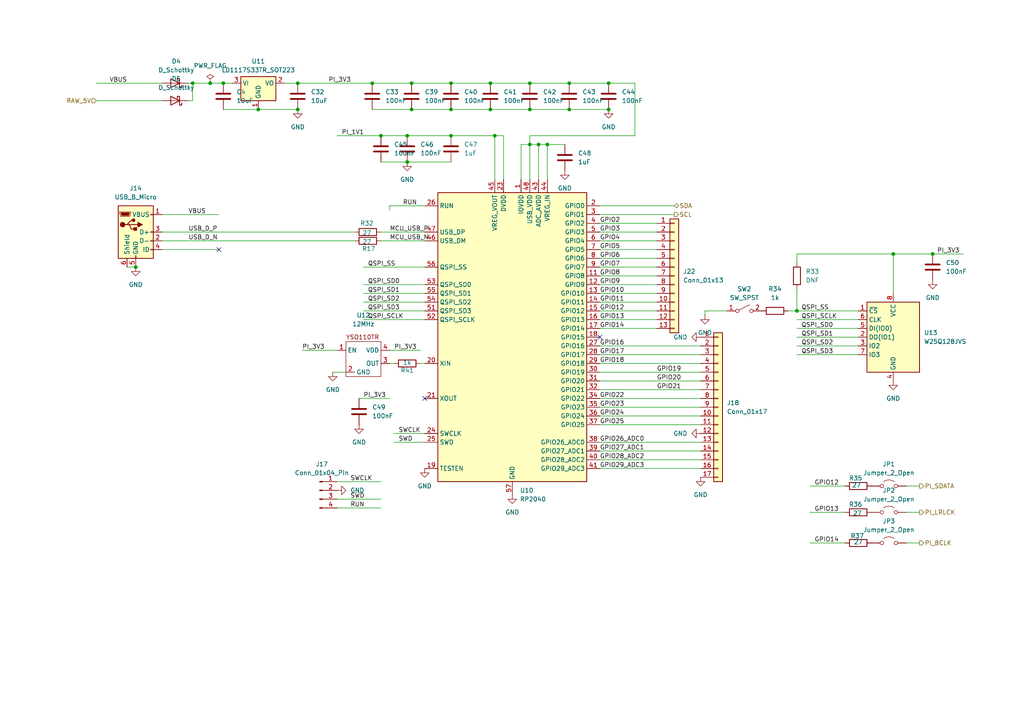
<source format=kicad_sch>
(kicad_sch (version 20231120) (generator "eeschema") (generator_version "8.0")
  (paper "A4")
  (lib_symbols
    (symbol "Connector:Conn_01x04_Pin" (pin_names (offset 1.016) hide)
      (property "Reference" "J" (at 0 5.08 0))
      (property "Value" "Conn_01x04_Pin" (at 0 -7.62 0))
      (symbol "Conn_01x04_Pin_1_1"
        (polyline (pts (xy 1.27 -5.08) (xy 0.8636 -5.08)) (stroke (width 0.1524)))
        (polyline (pts (xy 1.27 -2.54) (xy 0.8636 -2.54)) (stroke (width 0.1524)))
        (polyline (pts (xy 1.27 0) (xy 0.8636 0)) (stroke (width 0.1524)))
        (polyline (pts (xy 1.27 2.54) (xy 0.8636 2.54)) (stroke (width 0.1524)))
        (rectangle (start 0.8636 -4.953) (end 0 -5.207) (stroke (width 0.1524)) (fill (type outline)))
        (rectangle (start 0.8636 -2.413) (end 0 -2.667) (stroke (width 0.1524)) (fill (type outline)))
        (rectangle (start 0.8636 0.127) (end 0 -0.127) (stroke (width 0.1524)) (fill (type outline)))
        (rectangle (start 0.8636 2.667) (end 0 2.413) (stroke (width 0.1524)) (fill (type outline)))
        (pin passive line (at 5.08 2.54 180) (length 3.81) (name "Pin_1") (number "1"))
        (pin passive line (at 5.08 0 180) (length 3.81) (name "Pin_2") (number "2"))
        (pin passive line (at 5.08 -2.54 180) (length 3.81) (name "Pin_3") (number "3"))
        (pin passive line (at 5.08 -5.08 180) (length 3.81) (name "Pin_4") (number "4"))
      )
    )
    (symbol "Connector:USB_B_Micro" (pin_names (offset 1.016))
      (property "Reference" "J" (at -5.08 11.43 0))
      (property "Value" "USB_B_Micro" (at -5.08 8.89 0))
      (symbol "USB_B_Micro_0_1"
        (rectangle (start -5.08 -7.62) (end 5.08 7.62) (stroke (width 0.254)) (fill (type background)))
        (circle (center -3.81 2.159) (radius 0.635) (stroke (width 0.254)) (fill (type outline)))
        (circle (center -0.635 3.429) (radius 0.381) (stroke (width 0.254)) (fill (type outline)))
        (rectangle (start -0.127 -7.62) (end 0.127 -6.858))
        (polyline (pts (xy -1.905 2.159) (xy 0.635 2.159)) (stroke (width 0.254)))
        (polyline (pts (xy -3.175 2.159) (xy -2.54 2.159) (xy -1.27 3.429) (xy -0.635 3.429)) (stroke (width 0.254)))
        (polyline (pts (xy -2.54 2.159) (xy -1.905 2.159) (xy -1.27 0.889) (xy 0 0.889)) (stroke (width 0.254)))
        (polyline (pts (xy 0.635 2.794) (xy 0.635 1.524) (xy 1.905 2.159) (xy 0.635 2.794)) (stroke (width 0.254)) (fill (type outline)))
        (polyline (pts (xy -4.318 5.588) (xy -1.778 5.588) (xy -2.032 4.826) (xy -4.064 4.826) (xy -4.318 5.588)) (fill (type outline)))
        (polyline (pts (xy -4.699 5.842) (xy -4.699 5.588) (xy -4.445 4.826) (xy -4.445 4.572) (xy -1.651 4.572) (xy -1.651 4.826) (xy -1.397 5.588) (xy -1.397 5.842) (xy -4.699 5.842)))
        (rectangle (start 0.254 1.27) (end -0.508 0.508) (stroke (width 0.254)) (fill (type outline)))
        (rectangle (start 5.08 -5.207) (end 4.318 -4.953))
        (rectangle (start 5.08 -2.667) (end 4.318 -2.413))
        (rectangle (start 5.08 -0.127) (end 4.318 0.127))
        (rectangle (start 5.08 4.953) (end 4.318 5.207))
      )
      (symbol "USB_B_Micro_1_1"
        (pin power_out line (at 7.62 5.08 180) (length 2.54) (name "VBUS") (number "1"))
        (pin bidirectional line (at 7.62 -2.54 180) (length 2.54) (name "D-") (number "2"))
        (pin bidirectional line (at 7.62 0 180) (length 2.54) (name "D+") (number "3"))
        (pin passive line (at 7.62 -5.08 180) (length 2.54) (name "ID") (number "4"))
        (pin power_out line (at 0 -10.16 90) (length 2.54) (name "GND") (number "5"))
        (pin passive line (at -2.54 -10.16 90) (length 2.54) (name "Shield") (number "6"))
      )
    )
    (symbol "Connector_Generic:Conn_01x13" (pin_names (offset 1.016) hide)
      (property "Reference" "J" (at 0 17.78 0))
      (property "Value" "Conn_01x13" (at 0 -17.78 0))
      (symbol "Conn_01x13_1_1"
        (rectangle (start -1.27 -15.113) (end 0 -15.367) (stroke (width 0.1524)))
        (rectangle (start -1.27 -12.573) (end 0 -12.827) (stroke (width 0.1524)))
        (rectangle (start -1.27 -10.033) (end 0 -10.287) (stroke (width 0.1524)))
        (rectangle (start -1.27 -7.493) (end 0 -7.747) (stroke (width 0.1524)))
        (rectangle (start -1.27 -4.953) (end 0 -5.207) (stroke (width 0.1524)))
        (rectangle (start -1.27 -2.413) (end 0 -2.667) (stroke (width 0.1524)))
        (rectangle (start -1.27 0.127) (end 0 -0.127) (stroke (width 0.1524)))
        (rectangle (start -1.27 2.667) (end 0 2.413) (stroke (width 0.1524)))
        (rectangle (start -1.27 5.207) (end 0 4.953) (stroke (width 0.1524)))
        (rectangle (start -1.27 7.747) (end 0 7.493) (stroke (width 0.1524)))
        (rectangle (start -1.27 10.287) (end 0 10.033) (stroke (width 0.1524)))
        (rectangle (start -1.27 12.827) (end 0 12.573) (stroke (width 0.1524)))
        (rectangle (start -1.27 15.367) (end 0 15.113) (stroke (width 0.1524)))
        (rectangle (start -1.27 16.51) (end 1.27 -16.51) (stroke (width 0.254)) (fill (type background)))
        (pin passive line (at -5.08 15.24 0) (length 3.81) (name "Pin_1") (number "1"))
        (pin passive line (at -5.08 -7.62 0) (length 3.81) (name "Pin_10") (number "10"))
        (pin passive line (at -5.08 -10.16 0) (length 3.81) (name "Pin_11") (number "11"))
        (pin passive line (at -5.08 -12.7 0) (length 3.81) (name "Pin_12") (number "12"))
        (pin passive line (at -5.08 -15.24 0) (length 3.81) (name "Pin_13") (number "13"))
        (pin passive line (at -5.08 12.7 0) (length 3.81) (name "Pin_2") (number "2"))
        (pin passive line (at -5.08 10.16 0) (length 3.81) (name "Pin_3") (number "3"))
        (pin passive line (at -5.08 7.62 0) (length 3.81) (name "Pin_4") (number "4"))
        (pin passive line (at -5.08 5.08 0) (length 3.81) (name "Pin_5") (number "5"))
        (pin passive line (at -5.08 2.54 0) (length 3.81) (name "Pin_6") (number "6"))
        (pin passive line (at -5.08 0 0) (length 3.81) (name "Pin_7") (number "7"))
        (pin passive line (at -5.08 -2.54 0) (length 3.81) (name "Pin_8") (number "8"))
        (pin passive line (at -5.08 -5.08 0) (length 3.81) (name "Pin_9") (number "9"))
      )
    )
    (symbol "Connector_Generic:Conn_01x17" (pin_names (offset 1.016) hide)
      (property "Reference" "J" (at 0 22.86 0))
      (property "Value" "Conn_01x17" (at 0 -22.86 0))
      (symbol "Conn_01x17_1_1"
        (rectangle (start -1.27 -20.193) (end 0 -20.447) (stroke (width 0.1524)))
        (rectangle (start -1.27 -17.653) (end 0 -17.907) (stroke (width 0.1524)))
        (rectangle (start -1.27 -15.113) (end 0 -15.367) (stroke (width 0.1524)))
        (rectangle (start -1.27 -12.573) (end 0 -12.827) (stroke (width 0.1524)))
        (rectangle (start -1.27 -10.033) (end 0 -10.287) (stroke (width 0.1524)))
        (rectangle (start -1.27 -7.493) (end 0 -7.747) (stroke (width 0.1524)))
        (rectangle (start -1.27 -4.953) (end 0 -5.207) (stroke (width 0.1524)))
        (rectangle (start -1.27 -2.413) (end 0 -2.667) (stroke (width 0.1524)))
        (rectangle (start -1.27 0.127) (end 0 -0.127) (stroke (width 0.1524)))
        (rectangle (start -1.27 2.667) (end 0 2.413) (stroke (width 0.1524)))
        (rectangle (start -1.27 5.207) (end 0 4.953) (stroke (width 0.1524)))
        (rectangle (start -1.27 7.747) (end 0 7.493) (stroke (width 0.1524)))
        (rectangle (start -1.27 10.287) (end 0 10.033) (stroke (width 0.1524)))
        (rectangle (start -1.27 12.827) (end 0 12.573) (stroke (width 0.1524)))
        (rectangle (start -1.27 15.367) (end 0 15.113) (stroke (width 0.1524)))
        (rectangle (start -1.27 17.907) (end 0 17.653) (stroke (width 0.1524)))
        (rectangle (start -1.27 20.447) (end 0 20.193) (stroke (width 0.1524)))
        (rectangle (start -1.27 21.59) (end 1.27 -21.59) (stroke (width 0.254)) (fill (type background)))
        (pin passive line (at -5.08 20.32 0) (length 3.81) (name "Pin_1") (number "1"))
        (pin passive line (at -5.08 -2.54 0) (length 3.81) (name "Pin_10") (number "10"))
        (pin passive line (at -5.08 -5.08 0) (length 3.81) (name "Pin_11") (number "11"))
        (pin passive line (at -5.08 -7.62 0) (length 3.81) (name "Pin_12") (number "12"))
        (pin passive line (at -5.08 -10.16 0) (length 3.81) (name "Pin_13") (number "13"))
        (pin passive line (at -5.08 -12.7 0) (length 3.81) (name "Pin_14") (number "14"))
        (pin passive line (at -5.08 -15.24 0) (length 3.81) (name "Pin_15") (number "15"))
        (pin passive line (at -5.08 -17.78 0) (length 3.81) (name "Pin_16") (number "16"))
        (pin passive line (at -5.08 -20.32 0) (length 3.81) (name "Pin_17") (number "17"))
        (pin passive line (at -5.08 17.78 0) (length 3.81) (name "Pin_2") (number "2"))
        (pin passive line (at -5.08 15.24 0) (length 3.81) (name "Pin_3") (number "3"))
        (pin passive line (at -5.08 12.7 0) (length 3.81) (name "Pin_4") (number "4"))
        (pin passive line (at -5.08 10.16 0) (length 3.81) (name "Pin_5") (number "5"))
        (pin passive line (at -5.08 7.62 0) (length 3.81) (name "Pin_6") (number "6"))
        (pin passive line (at -5.08 5.08 0) (length 3.81) (name "Pin_7") (number "7"))
        (pin passive line (at -5.08 2.54 0) (length 3.81) (name "Pin_8") (number "8"))
        (pin passive line (at -5.08 0 0) (length 3.81) (name "Pin_9") (number "9"))
      )
    )
    (symbol "Device:C" (pin_numbers hide) (pin_names (offset 0.254))
      (property "Reference" "C" (at 0.635 2.54 0))
      (property "Value" "C" (at 0.635 -2.54 0))
      (symbol "C_0_1"
        (polyline (pts (xy -2.032 -0.762) (xy 2.032 -0.762)) (stroke (width 0.508)))
        (polyline (pts (xy -2.032 0.762) (xy 2.032 0.762)) (stroke (width 0.508)))
      )
      (symbol "C_1_1"
        (pin passive line (at 0 3.81 270) (length 2.794) (name "~") (number "1"))
        (pin passive line (at 0 -3.81 90) (length 2.794) (name "~") (number "2"))
      )
    )
    (symbol "Device:D_Schottky" (pin_numbers hide) (pin_names (offset 1.016) hide)
      (property "Reference" "D" (at 0 2.54 0))
      (property "Value" "D_Schottky" (at 0 -2.54 0))
      (symbol "D_Schottky_0_1"
        (polyline (pts (xy 1.27 0) (xy -1.27 0)))
        (polyline (pts (xy 1.27 1.27) (xy 1.27 -1.27) (xy -1.27 0) (xy 1.27 1.27)) (stroke (width 0.254)))
        (polyline (pts (xy -1.905 0.635) (xy -1.905 1.27) (xy -1.27 1.27) (xy -1.27 -1.27) (xy -0.635 -1.27) (xy -0.635 -0.635)) (stroke (width 0.254)))
      )
      (symbol "D_Schottky_1_1"
        (pin passive line (at -3.81 0 0) (length 2.54) (name "K") (number "1"))
        (pin passive line (at 3.81 0 180) (length 2.54) (name "A") (number "2"))
      )
    )
    (symbol "Device:R" (pin_numbers hide) (pin_names (offset 0))
      (property "Reference" "R" (at 2.032 0 90))
      (property "Value" "R" (at 0 0 90))
      (symbol "R_0_1"
        (rectangle (start -1.016 -2.54) (end 1.016 2.54) (stroke (width 0.254)))
      )
      (symbol "R_1_1"
        (pin passive line (at 0 3.81 270) (length 1.27) (name "~") (number "1"))
        (pin passive line (at 0 -3.81 90) (length 1.27) (name "~") (number "2"))
      )
    )
    (symbol "Jumper:Jumper_2_Open" (pin_numbers hide) (pin_names (offset 0) hide) (exclude_from_sim yes)
      (property "Reference" "JP" (at 0 2.794 0))
      (property "Value" "Jumper_2_Open" (at 0 -2.286 0))
      (symbol "Jumper_2_Open_0_0"
        (circle (center -2.032 0) (radius 0.508))
        (circle (center 2.032 0) (radius 0.508))
      )
      (symbol "Jumper_2_Open_0_1"
        (arc (start 1.524 1.27) (mid 0 1.778) (end -1.524 1.27))
      )
      (symbol "Jumper_2_Open_1_1"
        (pin passive line (at -5.08 0 0) (length 2.54) (name "A") (number "1"))
        (pin passive line (at 5.08 0 180) (length 2.54) (name "B") (number "2"))
      )
    )
    (symbol "MCU_RaspberryPi:RP2040"
      (property "Reference" "U" (at 17.78 45.72 0))
      (property "Value" "RP2040" (at 17.78 43.18 0))
      (symbol "RP2040_0_1"
        (rectangle (start -21.59 41.91) (end 21.59 -41.91) (stroke (width 0.254)) (fill (type background)))
      )
      (symbol "RP2040_1_1"
        (pin power_in line (at 2.54 45.72 270) (length 3.81) (name "IOVDD") (number "1"))
        (pin passive line (at 2.54 45.72 270) (length 3.81) hide (name "IOVDD") (number "10"))
        (pin bidirectional line (at 25.4 17.78 180) (length 3.81) (name "GPIO8") (number "11"))
        (pin bidirectional line (at 25.4 15.24 180) (length 3.81) (name "GPIO9") (number "12"))
        (pin bidirectional line (at 25.4 12.7 180) (length 3.81) (name "GPIO10") (number "13"))
        (pin bidirectional line (at 25.4 10.16 180) (length 3.81) (name "GPIO11") (number "14"))
        (pin bidirectional line (at 25.4 7.62 180) (length 3.81) (name "GPIO12") (number "15"))
        (pin bidirectional line (at 25.4 5.08 180) (length 3.81) (name "GPIO13") (number "16"))
        (pin bidirectional line (at 25.4 2.54 180) (length 3.81) (name "GPIO14") (number "17"))
        (pin bidirectional line (at 25.4 0 180) (length 3.81) (name "GPIO15") (number "18"))
        (pin input line (at -25.4 -38.1 0) (length 3.81) (name "TESTEN") (number "19"))
        (pin bidirectional line (at 25.4 38.1 180) (length 3.81) (name "GPIO0") (number "2"))
        (pin input line (at -25.4 -7.62 0) (length 3.81) (name "XIN") (number "20"))
        (pin passive line (at -25.4 -17.78 0) (length 3.81) (name "XOUT") (number "21"))
        (pin passive line (at 2.54 45.72 270) (length 3.81) hide (name "IOVDD") (number "22"))
        (pin power_in line (at -2.54 45.72 270) (length 3.81) (name "DVDD") (number "23"))
        (pin input line (at -25.4 -27.94 0) (length 3.81) (name "SWCLK") (number "24"))
        (pin bidirectional line (at -25.4 -30.48 0) (length 3.81) (name "SWD") (number "25"))
        (pin input line (at -25.4 38.1 0) (length 3.81) (name "RUN") (number "26"))
        (pin bidirectional line (at 25.4 -2.54 180) (length 3.81) (name "GPIO16") (number "27"))
        (pin bidirectional line (at 25.4 -5.08 180) (length 3.81) (name "GPIO17") (number "28"))
        (pin bidirectional line (at 25.4 -7.62 180) (length 3.81) (name "GPIO18") (number "29"))
        (pin bidirectional line (at 25.4 35.56 180) (length 3.81) (name "GPIO1") (number "3"))
        (pin bidirectional line (at 25.4 -10.16 180) (length 3.81) (name "GPIO19") (number "30"))
        (pin bidirectional line (at 25.4 -12.7 180) (length 3.81) (name "GPIO20") (number "31"))
        (pin bidirectional line (at 25.4 -15.24 180) (length 3.81) (name "GPIO21") (number "32"))
        (pin passive line (at 2.54 45.72 270) (length 3.81) hide (name "IOVDD") (number "33"))
        (pin bidirectional line (at 25.4 -17.78 180) (length 3.81) (name "GPIO22") (number "34"))
        (pin bidirectional line (at 25.4 -20.32 180) (length 3.81) (name "GPIO23") (number "35"))
        (pin bidirectional line (at 25.4 -22.86 180) (length 3.81) (name "GPIO24") (number "36"))
        (pin bidirectional line (at 25.4 -25.4 180) (length 3.81) (name "GPIO25") (number "37"))
        (pin bidirectional line (at 25.4 -30.48 180) (length 3.81) (name "GPIO26_ADC0") (number "38"))
        (pin bidirectional line (at 25.4 -33.02 180) (length 3.81) (name "GPIO27_ADC1") (number "39"))
        (pin bidirectional line (at 25.4 33.02 180) (length 3.81) (name "GPIO2") (number "4"))
        (pin bidirectional line (at 25.4 -35.56 180) (length 3.81) (name "GPIO28_ADC2") (number "40"))
        (pin bidirectional line (at 25.4 -38.1 180) (length 3.81) (name "GPIO29_ADC3") (number "41"))
        (pin passive line (at 2.54 45.72 270) (length 3.81) hide (name "IOVDD") (number "42"))
        (pin power_in line (at 7.62 45.72 270) (length 3.81) (name "ADC_AVDD") (number "43"))
        (pin power_in line (at 10.16 45.72 270) (length 3.81) (name "VREG_IN") (number "44"))
        (pin power_out line (at -5.08 45.72 270) (length 3.81) (name "VREG_VOUT") (number "45"))
        (pin bidirectional line (at -25.4 27.94 0) (length 3.81) (name "USB_DM") (number "46"))
        (pin bidirectional line (at -25.4 30.48 0) (length 3.81) (name "USB_DP") (number "47"))
        (pin power_in line (at 5.08 45.72 270) (length 3.81) (name "USB_VDD") (number "48"))
        (pin passive line (at 2.54 45.72 270) (length 3.81) hide (name "IOVDD") (number "49"))
        (pin bidirectional line (at 25.4 30.48 180) (length 3.81) (name "GPIO3") (number "5"))
        (pin passive line (at -2.54 45.72 270) (length 3.81) hide (name "DVDD") (number "50"))
        (pin bidirectional line (at -25.4 7.62 0) (length 3.81) (name "QSPI_SD3") (number "51"))
        (pin output line (at -25.4 5.08 0) (length 3.81) (name "QSPI_SCLK") (number "52"))
        (pin bidirectional line (at -25.4 15.24 0) (length 3.81) (name "QSPI_SD0") (number "53"))
        (pin bidirectional line (at -25.4 10.16 0) (length 3.81) (name "QSPI_SD2") (number "54"))
        (pin bidirectional line (at -25.4 12.7 0) (length 3.81) (name "QSPI_SD1") (number "55"))
        (pin bidirectional line (at -25.4 20.32 0) (length 3.81) (name "QSPI_SS") (number "56"))
        (pin power_in line (at 0 -45.72 90) (length 3.81) (name "GND") (number "57"))
        (pin bidirectional line (at 25.4 27.94 180) (length 3.81) (name "GPIO4") (number "6"))
        (pin bidirectional line (at 25.4 25.4 180) (length 3.81) (name "GPIO5") (number "7"))
        (pin bidirectional line (at 25.4 22.86 180) (length 3.81) (name "GPIO6") (number "8"))
        (pin bidirectional line (at 25.4 20.32 180) (length 3.81) (name "GPIO7") (number "9"))
      )
    )
    (symbol "Memory_Flash:W25Q128JVS"
      (property "Reference" "U" (at -6.35 11.43 0))
      (property "Value" "W25Q128JVS" (at 7.62 11.43 0))
      (symbol "W25Q128JVS_0_1"
        (rectangle (start -7.62 10.16) (end 7.62 -10.16) (stroke (width 0.254)) (fill (type background)))
      )
      (symbol "W25Q128JVS_1_1"
        (pin input line (at -10.16 7.62 0) (length 2.54) (name "~{CS}") (number "1"))
        (pin bidirectional line (at -10.16 0 0) (length 2.54) (name "DO(IO1)") (number "2"))
        (pin bidirectional line (at -10.16 -2.54 0) (length 2.54) (name "IO2") (number "3"))
        (pin power_in line (at 0 -12.7 90) (length 2.54) (name "GND") (number "4"))
        (pin bidirectional line (at -10.16 2.54 0) (length 2.54) (name "DI(IO0)") (number "5"))
        (pin input line (at -10.16 5.08 0) (length 2.54) (name "CLK") (number "6"))
        (pin bidirectional line (at -10.16 -5.08 0) (length 2.54) (name "IO3") (number "7"))
        (pin power_in line (at 0 12.7 270) (length 2.54) (name "VCC") (number "8"))
      )
    )
    (symbol "Regulator_Linear:LD1117S33TR_SOT223"
      (property "Reference" "U" (at -3.81 3.175 0))
      (property "Value" "LD1117S33TR_SOT223" (at 0 3.175 0))
      (symbol "LD1117S33TR_SOT223_0_1"
        (rectangle (start -5.08 -5.08) (end 5.08 1.905) (stroke (width 0.254)) (fill (type background)))
      )
      (symbol "LD1117S33TR_SOT223_1_1"
        (pin power_in line (at 0 -7.62 90) (length 2.54) (name "GND") (number "1"))
        (pin power_out line (at 7.62 0 180) (length 2.54) (name "VO") (number "2"))
        (pin power_in line (at -7.62 0 0) (length 2.54) (name "VI") (number "3"))
      )
    )
    (symbol "Switch:SW_SPST" (pin_names (offset 0) hide)
      (property "Reference" "SW" (at 0 3.175 0))
      (property "Value" "SW_SPST" (at 0 -2.54 0))
      (symbol "SW_SPST_0_0"
        (circle (center -2.032 0) (radius 0.508))
        (polyline (pts (xy -1.524 0.254) (xy 1.524 1.778)))
        (circle (center 2.032 0) (radius 0.508))
      )
      (symbol "SW_SPST_1_1"
        (pin passive line (at -5.08 0 0) (length 2.54) (name "A") (number "1"))
        (pin passive line (at 5.08 0 180) (length 2.54) (name "B") (number "2"))
      )
    )
    (symbol "dsp3_parts:YSO110TR"
      (property "Reference" "U" (at 0 0 0))
      (symbol "YSO110TR_0_1"
        (rectangle (start -5.08 11.43) (end 5.08 1.27))
      )
      (symbol "YSO110TR_1_1"
        (text "YSO110TR" (at -0.254 12.7 0) (effects (font (size 1.27 1.27))))
        (pin input line (at -7.62 8.89 0) (length 2.54) (name "EN") (number "1"))
        (pin power_in line (at -5.08 2.54 0) (length 2.54) (name "GND") (number "2"))
        (pin output line (at 7.62 5.08 180) (length 2.54) (name "OUT") (number "3"))
        (pin power_in line (at 7.62 8.89 180) (length 2.54) (name "VDD") (number "4"))
      )
    )
    (symbol "power:GND" (power) (pin_numbers hide) (pin_names (offset 0) hide)
      (property "Value" "GND" (at 0 -3.81 0))
      (symbol "GND_0_1"
        (polyline (pts (xy 0 0) (xy 0 -1.27) (xy 1.27 -1.27) (xy 0 -2.54) (xy -1.27 -1.27) (xy 0 -1.27)))
      )
      (symbol "GND_1_1"
        (pin power_in line (at 0 0 270) (length 0) (name "~") (number "1"))
      )
    )
    (symbol "power:PWR_FLAG" (power) (pin_numbers hide) (pin_names (offset 0) hide)
      (property "Value" "PWR_FLAG" (at 0 3.81 0))
      (symbol "PWR_FLAG_0_0"
        (pin power_out line (at 0 0 90) (length 0) (name "~") (number "1"))
      )
      (symbol "PWR_FLAG_0_1"
        (polyline (pts (xy 0 0) (xy 0 1.27) (xy -1.016 1.905) (xy 0 2.54) (xy 1.016 1.905) (xy 0 1.27)))
      )
    )
  )
  (junction (at 153.67 31.75))
  (junction (at 118.11 46.99))
  (junction (at 156.21 41.91))
  (junction (at 130.81 24.13))
  (junction (at 143.51 39.37))
  (junction (at 165.1 24.13))
  (junction (at 86.36 31.75))
  (junction (at 60.96 24.13))
  (junction (at 130.81 39.37))
  (junction (at 165.1 31.75))
  (junction (at 270.51 73.66))
  (junction (at 86.36 24.13))
  (junction (at 110.49 39.37))
  (junction (at 176.53 31.75))
  (junction (at 259.08 73.66))
  (junction (at 74.93 31.75))
  (junction (at 55.88 24.13))
  (junction (at 130.81 31.75))
  (junction (at 64.77 24.13))
  (junction (at 142.24 24.13))
  (junction (at 158.75 41.91))
  (junction (at 39.37 77.47))
  (junction (at 107.95 24.13))
  (junction (at 119.38 24.13))
  (junction (at 119.38 31.75))
  (junction (at 176.53 24.13))
  (junction (at 153.67 41.91))
  (junction (at 118.11 39.37))
  (junction (at 153.67 24.13))
  (junction (at 231.14 90.17))
  (junction (at 142.24 31.75))
  (no_connect (at 63.5 72.39))
  (no_connect (at 123.19 115.57))
  (no_connect (at 173.99 97.79))
  (wire (pts (xy 123.19 125.73) (xy 114.3 125.73)))
  (wire (pts (xy 107.95 24.13) (xy 119.38 24.13)))
  (wire (pts (xy 153.67 39.37) (xy 184.15 39.37)))
  (wire (pts (xy 153.67 24.13) (xy 165.1 24.13)))
  (wire (pts (xy 173.99 67.31) (xy 190.5 67.31)))
  (wire (pts (xy 173.99 130.81) (xy 203.2 130.81)))
  (wire (pts (xy 64.77 24.13) (xy 67.31 24.13)))
  (wire (pts (xy 153.67 41.91) (xy 156.21 41.91)))
  (wire (pts (xy 204.47 90.17) (xy 210.82 90.17)))
  (wire (pts (xy 173.99 74.93) (xy 190.5 74.93)))
  (wire (pts (xy 173.99 85.09) (xy 190.5 85.09)))
  (wire (pts (xy 173.99 133.35) (xy 203.2 133.35)))
  (wire (pts (xy 123.19 92.71) (xy 105.41 92.71)))
  (wire (pts (xy 130.81 31.75) (xy 142.24 31.75)))
  (wire (pts (xy 173.99 113.03) (xy 203.2 113.03)))
  (wire (pts (xy 97.79 144.78) (xy 110.49 144.78)))
  (wire (pts (xy 248.92 97.79) (xy 231.14 97.79)))
  (wire (pts (xy 64.77 31.75) (xy 74.93 31.75)))
  (wire (pts (xy 153.67 31.75) (xy 165.1 31.75)))
  (wire (pts (xy 231.14 83.82) (xy 231.14 90.17)))
  (wire (pts (xy 105.41 77.47) (xy 123.19 77.47)))
  (wire (pts (xy 248.92 92.71) (xy 231.14 92.71)))
  (wire (pts (xy 173.99 102.87) (xy 203.2 102.87)))
  (wire (pts (xy 36.83 77.47) (xy 39.37 77.47)))
  (wire (pts (xy 118.11 46.99) (xy 130.81 46.99)))
  (wire (pts (xy 27.94 29.21) (xy 46.99 29.21)))
  (wire (pts (xy 146.05 39.37) (xy 143.51 39.37)))
  (wire (pts (xy 104.14 115.57) (xy 113.03 115.57)))
  (wire (pts (xy 87.63 101.6) (xy 97.79 101.6)))
  (wire (pts (xy 82.55 24.13) (xy 86.36 24.13)))
  (wire (pts (xy 173.99 72.39) (xy 190.5 72.39)))
  (wire (pts (xy 173.99 115.57) (xy 203.2 115.57)))
  (wire (pts (xy 123.19 128.27) (xy 114.3 128.27)))
  (wire (pts (xy 234.95 148.59) (xy 245.11 148.59)))
  (wire (pts (xy 46.99 72.39) (xy 63.5 72.39)))
  (wire (pts (xy 173.99 128.27) (xy 203.2 128.27)))
  (wire (pts (xy 96.52 107.95) (xy 100.33 107.95)))
  (wire (pts (xy 113.03 101.6) (xy 121.92 101.6)))
  (wire (pts (xy 107.95 31.75) (xy 119.38 31.75)))
  (wire (pts (xy 158.75 41.91) (xy 163.83 41.91)))
  (wire (pts (xy 231.14 90.17) (xy 248.92 90.17)))
  (wire (pts (xy 60.96 24.13) (xy 64.77 24.13)))
  (wire (pts (xy 46.99 69.85) (xy 102.87 69.85)))
  (wire (pts (xy 130.81 24.13) (xy 142.24 24.13)))
  (wire (pts (xy 173.99 90.17) (xy 190.5 90.17)))
  (wire (pts (xy 105.41 90.17) (xy 123.19 90.17)))
  (wire (pts (xy 55.88 24.13) (xy 55.88 29.21)))
  (wire (pts (xy 119.38 31.75) (xy 130.81 31.75)))
  (wire (pts (xy 173.99 107.95) (xy 203.2 107.95)))
  (wire (pts (xy 270.51 73.66) (xy 279.4 73.66)))
  (wire (pts (xy 248.92 100.33) (xy 231.14 100.33)))
  (wire (pts (xy 262.89 157.48) (xy 266.7 157.48)))
  (wire (pts (xy 173.99 105.41) (xy 203.2 105.41)))
  (wire (pts (xy 173.99 123.19) (xy 203.2 123.19)))
  (wire (pts (xy 234.95 157.48) (xy 245.11 157.48)))
  (wire (pts (xy 270.51 73.66) (xy 259.08 73.66)))
  (wire (pts (xy 228.6 90.17) (xy 231.14 90.17)))
  (wire (pts (xy 248.92 102.87) (xy 231.14 102.87)))
  (wire (pts (xy 97.79 39.37) (xy 110.49 39.37)))
  (wire (pts (xy 173.99 100.33) (xy 203.2 100.33)))
  (wire (pts (xy 165.1 24.13) (xy 176.53 24.13)))
  (wire (pts (xy 54.61 29.21) (xy 55.88 29.21)))
  (wire (pts (xy 54.61 24.13) (xy 55.88 24.13)))
  (wire (pts (xy 173.99 95.25) (xy 190.5 95.25)))
  (wire (pts (xy 105.41 85.09) (xy 123.19 85.09)))
  (wire (pts (xy 173.99 120.65) (xy 203.2 120.65)))
  (wire (pts (xy 146.05 52.07) (xy 146.05 39.37)))
  (wire (pts (xy 97.79 147.32) (xy 110.49 147.32)))
  (wire (pts (xy 46.99 62.23) (xy 63.5 62.23)))
  (wire (pts (xy 86.36 24.13) (xy 107.95 24.13)))
  (wire (pts (xy 262.89 140.97) (xy 266.7 140.97)))
  (wire (pts (xy 110.49 69.85) (xy 123.19 69.85)))
  (wire (pts (xy 231.14 73.66) (xy 259.08 73.66)))
  (wire (pts (xy 204.47 90.17) (xy 204.47 91.44)))
  (wire (pts (xy 143.51 39.37) (xy 130.81 39.37)))
  (wire (pts (xy 259.08 73.66) (xy 259.08 85.09)))
  (wire (pts (xy 231.14 76.2) (xy 231.14 73.66)))
  (wire (pts (xy 118.11 39.37) (xy 110.49 39.37)))
  (wire (pts (xy 105.41 82.55) (xy 123.19 82.55)))
  (wire (pts (xy 55.88 24.13) (xy 60.96 24.13)))
  (wire (pts (xy 153.67 41.91) (xy 153.67 39.37)))
  (wire (pts (xy 165.1 31.75) (xy 176.53 31.75)))
  (wire (pts (xy 158.75 52.07) (xy 158.75 41.91)))
  (wire (pts (xy 173.99 135.89) (xy 203.2 135.89)))
  (wire (pts (xy 173.99 110.49) (xy 203.2 110.49)))
  (wire (pts (xy 143.51 39.37) (xy 143.51 52.07)))
  (wire (pts (xy 105.41 87.63) (xy 123.19 87.63)))
  (wire (pts (xy 27.94 24.13) (xy 46.99 24.13)))
  (wire (pts (xy 151.13 41.91) (xy 153.67 41.91)))
  (wire (pts (xy 158.75 41.91) (xy 156.21 41.91)))
  (wire (pts (xy 46.99 67.31) (xy 102.87 67.31)))
  (wire (pts (xy 173.99 92.71) (xy 190.5 92.71)))
  (wire (pts (xy 119.38 24.13) (xy 130.81 24.13)))
  (wire (pts (xy 142.24 31.75) (xy 153.67 31.75)))
  (wire (pts (xy 74.93 31.75) (xy 86.36 31.75)))
  (wire (pts (xy 97.79 139.7) (xy 110.49 139.7)))
  (wire (pts (xy 121.92 105.41) (xy 123.19 105.41)))
  (wire (pts (xy 130.81 39.37) (xy 118.11 39.37)))
  (wire (pts (xy 151.13 52.07) (xy 151.13 41.91)))
  (wire (pts (xy 184.15 24.13) (xy 176.53 24.13)))
  (wire (pts (xy 110.49 46.99) (xy 118.11 46.99)))
  (wire (pts (xy 173.99 59.69) (xy 195.58 59.69)))
  (wire (pts (xy 123.19 59.69) (xy 113.03 59.69)))
  (wire (pts (xy 262.89 148.59) (xy 266.7 148.59)))
  (wire (pts (xy 142.24 24.13) (xy 153.67 24.13)))
  (wire (pts (xy 173.99 118.11) (xy 203.2 118.11)))
  (wire (pts (xy 173.99 82.55) (xy 190.5 82.55)))
  (wire (pts (xy 113.03 105.41) (xy 114.3 105.41)))
  (wire (pts (xy 234.95 140.97) (xy 245.11 140.97)))
  (wire (pts (xy 173.99 69.85) (xy 190.5 69.85)))
  (wire (pts (xy 173.99 64.77) (xy 190.5 64.77)))
  (wire (pts (xy 184.15 39.37) (xy 184.15 24.13)))
  (wire (pts (xy 110.49 67.31) (xy 123.19 67.31)))
  (wire (pts (xy 173.99 62.23) (xy 195.58 62.23)))
  (wire (pts (xy 113.03 59.69) (xy 113.03 60.96)))
  (wire (pts (xy 156.21 41.91) (xy 156.21 52.07)))
  (wire (pts (xy 153.67 41.91) (xy 153.67 52.07)))
  (wire (pts (xy 173.99 77.47) (xy 190.5 77.47)))
  (wire (pts (xy 173.99 80.01) (xy 190.5 80.01)))
  (wire (pts (xy 173.99 87.63) (xy 190.5 87.63)))
  (wire (pts (xy 248.92 95.25) (xy 231.14 95.25)))
  (label "VBUS" (at 54.61 62.23 0))
  (label "PI_3V3" (at 95.25 24.13 0))
  (label "USB_D_N" (at 54.61 69.85 0))
  (label "GPIO16" (at 173.99 100.33 0))
  (label "PI_3V3" (at 271.78 73.66 0))
  (label "QSPI_SCLK" (at 106.68 92.71 0))
  (label "GPIO8" (at 173.99 80.01 0))
  (label "QSPI_SD2" (at 106.68 87.63 0))
  (label "GPIO4" (at 173.99 69.85 0))
  (label "GPIO17" (at 173.99 102.87 0))
  (label "SWCLK" (at 115.57 125.73 0))
  (label "PI_3V3" (at 105.41 115.57 0))
  (label "GPIO13" (at 236.22 148.59 0))
  (label "GPIO29_ADC3" (at 173.99 135.89 0))
  (label "GPIO21" (at 190.5 113.03 0))
  (label "GPIO6" (at 173.99 74.93 0))
  (label "MCU_USB_P" (at 113.03 67.31 0))
  (label "QSPI_SD1" (at 232.41 97.79 0))
  (label "GPIO25" (at 173.99 123.19 0))
  (label "GPIO9" (at 173.99 82.55 0))
  (label "QSPI_SD2" (at 232.41 100.33 0))
  (label "QSPI_SS" (at 232.41 90.17 0))
  (label "GPIO12" (at 173.99 90.17 0))
  (label "GPIO10" (at 173.99 85.09 0))
  (label "QSPI_SD3" (at 232.41 102.87 0))
  (label "GPIO27_ADC1" (at 173.99 130.81 0))
  (label "GPIO23" (at 173.99 118.11 0))
  (label "GPIO13" (at 173.99 92.71 0))
  (label "GPIO22" (at 173.99 115.57 0))
  (label "USB_D_P" (at 54.61 67.31 0))
  (label "GPIO24" (at 173.99 120.65 0))
  (label "GPIO12" (at 236.22 140.97 0))
  (label "QSPI_SD0" (at 106.68 82.55 0))
  (label "QSPI_SD1" (at 106.68 85.09 0))
  (label "SWCLK" (at 101.6 139.7 0))
  (label "GPIO14" (at 236.22 157.48 0))
  (label "RUN" (at 101.6 147.32 0))
  (label "QSPI_SS" (at 106.68 77.47 0))
  (label "MCU_USB_N" (at 113.03 69.85 0))
  (label "SWD" (at 101.6 144.78 0))
  (label "QSPI_SD0" (at 232.41 95.25 0))
  (label "GPIO28_ADC2" (at 173.99 133.35 0))
  (label "GPIO14" (at 173.99 95.25 0))
  (label "QSPI_SD3" (at 106.68 90.17 0))
  (label "GPIO3" (at 173.99 67.31 0))
  (label "GPIO2" (at 173.99 64.77 0))
  (label "PI_3V3" (at 114.3 101.6 0))
  (label "GPIO11" (at 173.99 87.63 0))
  (label "RUN" (at 116.84 59.69 0))
  (label "GPIO26_ADC0" (at 173.99 128.27 0))
  (label "VBUS" (at 31.75 24.13 0))
  (label "SWD" (at 115.57 128.27 0))
  (label "GPIO19" (at 190.5 107.95 0))
  (label "GPIO5" (at 173.99 72.39 0))
  (label "QSPI_SCLK" (at 232.41 92.71 0))
  (label "GPIO18" (at 173.99 105.41 0))
  (label "GPIO20" (at 190.5 110.49 0))
  (label "PI_3V3" (at 87.63 101.6 0))
  (label "GPIO7" (at 173.99 77.47 0))
  (label "PI_1V1" (at 99.06 39.37 0))
  (hierarchical_label "PI_BCLK" (shape output) (at 266.7 157.48 0))
  (hierarchical_label "SDA" (shape bidirectional) (at 195.58 59.69 0))
  (hierarchical_label "SCL" (shape output) (at 195.58 62.23 0))
  (hierarchical_label "PI_LRLCK" (shape output) (at 266.7 148.59 0))
  (hierarchical_label "RAW_5V" (shape input) (at 27.94 29.21 180))
  (hierarchical_label "PI_SDATA" (shape output) (at 266.7 140.97 0))
  (symbol (lib_id "Device:C") (at 107.95 27.94 0) (unit 1)
    (property "Reference" "C33" (at 111.76 26.6699 0) (effects (justify left)))
    (property "Value" "100nF" (at 111.76 29.2099 0) (effects (justify left)))
    (property "Footprint" "Capacitor_SMD:C_0603_1608Metric" (effects (hide yes)))
    (property "Description" "Unpolarized capacitor" (effects (hide yes)))
  )
  (symbol (lib_id "power:GND") (at 148.59 143.51 0) (unit 1)
    (property "Reference" "#PWR048" (effects (hide yes)))
    (property "Value" "GND" (at 148.59 148.59 0))
    (property "Description" "Power symbol creates a global label with name \"GND\" , ground" (effects (hide yes)))
  )
  (symbol (lib_id "power:GND") (at 203.2 125.73 270) (unit 1)
    (property "Reference" "#PWR054" (effects (hide yes)))
    (property "Value" "GND" (at 199.39 125.7299 90) (effects (justify right)))
    (property "Description" "Power symbol creates a global label with name \"GND\" , ground" (effects (hide yes)))
  )
  (symbol (lib_id "Device:C") (at 153.67 27.94 0) (unit 1)
    (property "Reference" "C42" (at 157.48 26.6699 0) (effects (justify left)))
    (property "Value" "100nF" (at 157.48 29.2099 0) (effects (justify left)))
    (property "Footprint" "Capacitor_SMD:C_0603_1608Metric" (effects (hide yes)))
    (property "Description" "Unpolarized capacitor" (effects (hide yes)))
  )
  (symbol (lib_id "Device:C") (at 110.49 43.18 0) (unit 1)
    (property "Reference" "C45" (at 114.3 41.9099 0) (effects (justify left)))
    (property "Value" "100nF" (at 114.3 44.4499 0) (effects (justify left)))
    (property "Footprint" "Capacitor_SMD:C_0603_1608Metric" (effects (hide yes)))
    (property "Description" "Unpolarized capacitor" (effects (hide yes)))
  )
  (symbol (lib_id "Device:D_Schottky") (at 50.8 24.13 180) (unit 1)
    (property "Reference" "D4" (at 51.1175 17.78 0))
    (property "Value" "D_Schottky" (at 51.1175 20.32 0))
    (property "Footprint" "Diode_SMD:D_SMB" (effects (hide yes)))
    (property "Description" "Schottky diode" (effects (hide yes)))
  )
  (symbol (lib_id "Memory_Flash:W25Q128JVS") (at 259.08 97.79 0) (unit 1)
    (property "Reference" "U13" (at 267.97 96.5199 0) (effects (justify left)))
    (property "Value" "W25Q128JVS" (at 267.97 99.0599 0) (effects (justify left)))
    (property "Footprint" "Package_SO:SOIC-8_5.23x5.23mm_P1.27mm" (effects (hide yes)))
    (property "Datasheet" "https://www.winbond.com/resource-files/w25q128jv_dtr%20revc%2003272018%20plus.pdf" (effects (hide yes)))
    (property "Description" "128Mb Serial Flash Memory, Standard/Dual/Quad SPI, SOIC-8" (effects (hide yes)))
  )
  (symbol (lib_id "Device:C") (at 130.81 43.18 0) (unit 1)
    (property "Reference" "C47" (at 134.62 41.9099 0) (effects (justify left)))
    (property "Value" "1uF" (at 134.62 44.4499 0) (effects (justify left)))
    (property "Footprint" "Capacitor_SMD:C_0603_1608Metric" (effects (hide yes)))
    (property "Description" "Unpolarized capacitor" (effects (hide yes)))
  )
  (symbol (lib_id "power:GND") (at 118.11 46.99 0) (unit 1)
    (property "Reference" "#PWR040" (effects (hide yes)))
    (property "Value" "GND" (at 118.11 52.07 0))
    (property "Description" "Power symbol creates a global label with name \"GND\" , ground" (effects (hide yes)))
  )
  (symbol (lib_id "Device:R") (at 106.68 67.31 270) (unit 1)
    (property "Reference" "R32" (at 106.426 64.77 90))
    (property "Value" "27" (at 106.426 67.564 90))
    (property "Footprint" "Resistor_SMD:R_0603_1608Metric" (effects (hide yes)))
    (property "Description" "Resistor" (effects (hide yes)))
  )
  (symbol (lib_id "Device:R") (at 248.92 157.48 90) (unit 1)
    (property "Reference" "R37" (at 248.666 155.448 90))
    (property "Value" "27" (at 248.92 157.226 90))
    (property "Footprint" "Resistor_SMD:R_0603_1608Metric" (effects (hide yes)))
    (property "Description" "Resistor" (effects (hide yes)))
  )
  (symbol (lib_id "power:GND") (at 259.08 110.49 0) (unit 1)
    (property "Reference" "#PWR044" (effects (hide yes)))
    (property "Value" "GND" (at 259.08 115.57 0))
    (property "Description" "Power symbol creates a global label with name \"GND\" , ground" (effects (hide yes)))
  )
  (symbol (lib_id "power:PWR_FLAG") (at 60.96 24.13 0) (unit 1)
    (property "Reference" "#FLG05" (effects (hide yes)))
    (property "Value" "PWR_FLAG" (at 60.96 19.05 0))
    (property "Description" "Special symbol for telling ERC where power comes from" (effects (hide yes)))
  )
  (symbol (lib_id "Device:R") (at 248.92 148.59 90) (unit 1)
    (property "Reference" "R36" (at 248.158 146.304 90))
    (property "Value" "27" (at 248.666 148.844 90))
    (property "Footprint" "Resistor_SMD:R_0603_1608Metric" (effects (hide yes)))
    (property "Description" "Resistor" (effects (hide yes)))
  )
  (symbol (lib_id "Connector_Generic:Conn_01x13") (at 195.58 80.01 0) (unit 1)
    (property "Reference" "J22" (at 198.12 78.7399 0) (effects (justify left)))
    (property "Value" "Conn_01x13" (at 198.12 81.2799 0) (effects (justify left)))
    (property "Footprint" "Connector_PinHeader_2.54mm:PinHeader_1x13_P2.54mm_Vertical" (effects (hide yes)))
    (property "Description" "Generic connector, single row, 01x13, script generated (kicad-library-utils/schlib/autogen/connector/)" (effects (hide yes)))
  )
  (symbol (lib_id "Device:C") (at 163.83 45.72 0) (unit 1)
    (property "Reference" "C48" (at 167.64 44.4499 0) (effects (justify left)))
    (property "Value" "1uF" (at 167.64 46.9899 0) (effects (justify left)))
    (property "Footprint" "Capacitor_SMD:C_0603_1608Metric" (effects (hide yes)))
    (property "Description" "Unpolarized capacitor" (effects (hide yes)))
  )
  (symbol (lib_id "power:GND") (at 176.53 31.75 0) (unit 1)
    (property "Reference" "#PWR038" (effects (hide yes)))
    (property "Value" "GND" (at 176.53 36.83 0))
    (property "Description" "Power symbol creates a global label with name \"GND\" , ground" (effects (hide yes)))
  )
  (symbol (lib_id "Device:R") (at 118.11 105.41 90) (unit 1)
    (property "Reference" "R41" (at 118.11 107.442 90))
    (property "Value" "1k" (at 118.11 105.156 90))
    (property "Footprint" "Resistor_SMD:R_0603_1608Metric" (effects (hide yes)))
    (property "Description" "Resistor" (effects (hide yes)))
  )
  (symbol (lib_id "power:GND") (at 97.79 142.24 90) (unit 1)
    (property "Reference" "#PWR046" (effects (hide yes)))
    (property "Value" "GND" (at 101.6 142.2399 90) (effects (justify right)))
    (property "Description" "Power symbol creates a global label with name \"GND\" , ground" (effects (hide yes)))
  )
  (symbol (lib_id "Device:C") (at 104.14 119.38 0) (unit 1)
    (property "Reference" "C49" (at 107.95 118.1099 0) (effects (justify left)))
    (property "Value" "100nF" (at 107.95 120.6499 0) (effects (justify left)))
    (property "Footprint" "Capacitor_SMD:C_0603_1608Metric" (effects (hide yes)))
    (property "Description" "Unpolarized capacitor" (effects (hide yes)))
  )
  (symbol (lib_id "dsp3_parts:YSO110TR") (at 105.41 110.49 0) (unit 1)
    (property "Reference" "U12" (at 105.3937 91.44 0))
    (property "Value" "12MHz" (at 105.3937 93.98 0))
    (property "Footprint" "dsp3_footprints:YSO110TR_SMD3225" (effects (hide yes)))
  )
  (symbol (lib_id "Jumper:Jumper_2_Open") (at 257.81 140.97 0) (unit 1) (exclude_from_sim yes)
    (property "Reference" "JP1" (at 257.81 134.62 0))
    (property "Value" "Jumper_2_Open" (at 257.81 137.16 0))
    (property "Footprint" "Jumper:SolderJumper-2_P1.3mm_Bridged_Pad1.0x1.5mm" (effects (hide yes)))
    (property "Description" "Jumper, 2-pole, open" (effects (hide yes)))
  )
  (symbol (lib_id "Switch:SW_SPST") (at 215.9 90.17 0) (unit 1)
    (property "Reference" "SW2" (at 215.9 83.82 0))
    (property "Value" "SW_SPST" (at 215.9 86.36 0))
    (property "Footprint" "Button_Switch_THT:SW_PUSH_6mm" (effects (hide yes)))
    (property "Description" "Single Pole Single Throw (SPST) switch" (effects (hide yes)))
  )
  (symbol (lib_id "Jumper:Jumper_2_Open") (at 257.81 157.48 0) (unit 1) (exclude_from_sim yes)
    (property "Reference" "JP3" (at 257.81 151.13 0))
    (property "Value" "Jumper_2_Open" (at 257.81 153.67 0))
    (property "Footprint" "Jumper:SolderJumper-2_P1.3mm_Bridged_Pad1.0x1.5mm" (effects (hide yes)))
    (property "Description" "Jumper, 2-pole, open" (effects (hide yes)))
  )
  (symbol (lib_id "Device:C") (at 270.51 77.47 0) (unit 1)
    (property "Reference" "C50" (at 274.32 76.1999 0) (effects (justify left)))
    (property "Value" "100nF" (at 274.32 78.7399 0) (effects (justify left)))
    (property "Footprint" "Capacitor_SMD:C_0603_1608Metric" (effects (hide yes)))
    (property "Description" "Unpolarized capacitor" (effects (hide yes)))
  )
  (symbol (lib_id "power:GND") (at 86.36 31.75 0) (unit 1)
    (property "Reference" "#PWR037" (effects (hide yes)))
    (property "Value" "GND" (at 86.36 36.83 0))
    (property "Description" "Power symbol creates a global label with name \"GND\" , ground" (effects (hide yes)))
  )
  (symbol (lib_id "Device:R") (at 106.68 69.85 270) (unit 1)
    (property "Reference" "R17" (at 106.934 72.136 90))
    (property "Value" "27" (at 106.426 70.104 90))
    (property "Footprint" "Capacitor_SMD:C_0603_1608Metric" (effects (hide yes)))
    (property "Description" "Resistor" (effects (hide yes)))
  )
  (symbol (lib_id "Device:C") (at 119.38 27.94 0) (unit 1)
    (property "Reference" "C39" (at 123.19 26.6699 0) (effects (justify left)))
    (property "Value" "100nF" (at 123.19 29.2099 0) (effects (justify left)))
    (property "Footprint" "Capacitor_SMD:C_0603_1608Metric" (effects (hide yes)))
    (property "Description" "Unpolarized capacitor" (effects (hide yes)))
  )
  (symbol (lib_id "MCU_RaspberryPi:RP2040") (at 148.59 97.79 0) (unit 1)
    (property "Reference" "U10" (at 150.7841 142.24 0) (effects (justify left)))
    (property "Value" "RP2040" (at 150.7841 144.78 0) (effects (justify left)))
    (property "Footprint" "Package_DFN_QFN:QFN-56-1EP_7x7mm_P0.4mm_EP3.2x3.2mm" (effects (hide yes)))
    (property "Datasheet" "https://datasheets.raspberrypi.com/rp2040/rp2040-datasheet.pdf" (effects (hide yes)))
    (property "Description" "A microcontroller by Raspberry Pi" (effects (hide yes)))
  )
  (symbol (lib_id "Device:R") (at 224.79 90.17 90) (unit 1)
    (property "Reference" "R34" (at 224.79 83.82 90))
    (property "Value" "1k" (at 224.79 86.36 90))
    (property "Footprint" "Resistor_SMD:R_0603_1608Metric" (effects (hide yes)))
    (property "Description" "Resistor" (effects (hide yes)))
  )
  (symbol (lib_id "power:GND") (at 203.2 97.79 270) (unit 1)
    (property "Reference" "#PWR053" (effects (hide yes)))
    (property "Value" "GND" (at 199.39 97.7899 90) (effects (justify right)))
    (property "Description" "Power symbol creates a global label with name \"GND\" , ground" (effects (hide yes)))
  )
  (symbol (lib_id "power:GND") (at 96.52 107.95 0) (unit 1)
    (property "Reference" "#PWR039" (effects (hide yes)))
    (property "Value" "GND" (at 96.52 113.03 0))
    (property "Description" "Power symbol creates a global label with name \"GND\" , ground" (effects (hide yes)))
  )
  (symbol (lib_id "power:GND") (at 104.14 123.19 0) (unit 1)
    (property "Reference" "#PWR042" (effects (hide yes)))
    (property "Value" "GND" (at 104.14 128.27 0))
    (property "Description" "Power symbol creates a global label with name \"GND\" , ground" (effects (hide yes)))
  )
  (symbol (lib_id "power:GND") (at 123.19 135.89 0) (unit 1)
    (property "Reference" "#PWR047" (effects (hide yes)))
    (property "Value" "GND" (at 123.19 140.97 0))
    (property "Description" "Power symbol creates a global label with name \"GND\" , ground" (effects (hide yes)))
  )
  (symbol (lib_id "Device:R") (at 231.14 80.01 0) (unit 1)
    (property "Reference" "R33" (at 233.68 78.7399 0) (effects (justify left)))
    (property "Value" "DNF" (at 233.68 81.2799 0) (effects (justify left)))
    (property "Footprint" "Resistor_SMD:R_0603_1608Metric" (effects (hide yes)))
    (property "Description" "Resistor" (effects (hide yes)))
  )
  (symbol (lib_id "Device:C") (at 176.53 27.94 0) (unit 1)
    (property "Reference" "C44" (at 180.34 26.6699 0) (effects (justify left)))
    (property "Value" "100nF" (at 180.34 29.2099 0) (effects (justify left)))
    (property "Footprint" "Capacitor_SMD:C_0603_1608Metric" (effects (hide yes)))
    (property "Description" "Unpolarized capacitor" (effects (hide yes)))
  )
  (symbol (lib_id "Device:D_Schottky") (at 50.8 29.21 180) (unit 1)
    (property "Reference" "D5" (at 51.1175 22.86 0))
    (property "Value" "D_Schottky" (at 51.1175 25.4 0))
    (property "Footprint" "Diode_SMD:D_SMB" (effects (hide yes)))
    (property "Description" "Schottky diode" (effects (hide yes)))
  )
  (symbol (lib_id "power:GND") (at 270.51 81.28 0) (unit 1)
    (property "Reference" "#PWR043" (effects (hide yes)))
    (property "Value" "GND" (at 270.51 86.36 0))
    (property "Description" "Power symbol creates a global label with name \"GND\" , ground" (effects (hide yes)))
  )
  (symbol (lib_id "Device:C") (at 142.24 27.94 0) (unit 1)
    (property "Reference" "C41" (at 146.05 26.6699 0) (effects (justify left)))
    (property "Value" "100nF" (at 146.05 29.2099 0) (effects (justify left)))
    (property "Footprint" "Capacitor_SMD:C_0603_1608Metric" (effects (hide yes)))
    (property "Description" "Unpolarized capacitor" (effects (hide yes)))
  )
  (symbol (lib_id "power:GND") (at 203.2 138.43 0) (unit 1)
    (property "Reference" "#PWR025" (effects (hide yes)))
    (property "Value" "GND" (at 203.2 143.51 0))
    (property "Description" "Power symbol creates a global label with name \"GND\" , ground" (effects (hide yes)))
  )
  (symbol (lib_id "power:GND") (at 39.37 77.47 0) (unit 1)
    (property "Reference" "#PWR036" (effects (hide yes)))
    (property "Value" "GND" (at 39.37 82.55 0))
    (property "Description" "Power symbol creates a global label with name \"GND\" , ground" (effects (hide yes)))
  )
  (symbol (lib_id "Device:C") (at 64.77 27.94 0) (unit 1)
    (property "Reference" "C4" (at 68.58 26.6699 0) (effects (justify left)))
    (property "Value" "10uF" (at 68.58 29.2099 0) (effects (justify left)))
    (property "Footprint" "Capacitor_SMD:C_0603_1608Metric" (effects (hide yes)))
    (property "Description" "Unpolarized capacitor" (effects (hide yes)))
  )
  (symbol (lib_id "Connector:Conn_01x04_Pin") (at 92.71 142.24 0) (unit 1)
    (property "Reference" "J17" (at 93.345 134.62 0))
    (property "Value" "Conn_01x04_Pin" (at 93.345 137.16 0))
    (property "Footprint" "Connector_PinHeader_2.54mm:PinHeader_1x04_P2.54mm_Vertical" (effects (hide yes)))
    (property "Description" "Generic connector, single row, 01x04, script generated" (effects (hide yes)))
  )
  (symbol (lib_id "Device:C") (at 86.36 27.94 0) (unit 1)
    (property "Reference" "C32" (at 90.17 26.6699 0) (effects (justify left)))
    (property "Value" "10uF" (at 90.17 29.2099 0) (effects (justify left)))
    (property "Footprint" "Capacitor_SMD:C_0603_1608Metric" (effects (hide yes)))
    (property "Description" "Unpolarized capacitor" (effects (hide yes)))
  )
  (symbol (lib_id "Device:R") (at 248.92 140.97 90) (unit 1)
    (property "Reference" "R35" (at 248.158 138.684 90))
    (property "Value" "27" (at 248.412 140.716 90))
    (property "Footprint" "Resistor_SMD:R_0603_1608Metric" (effects (hide yes)))
    (property "Description" "Resistor" (effects (hide yes)))
  )
  (symbol (lib_id "Device:C") (at 165.1 27.94 0) (unit 1)
    (property "Reference" "C43" (at 168.91 26.6699 0) (effects (justify left)))
    (property "Value" "100nF" (at 168.91 29.2099 0) (effects (justify left)))
    (property "Footprint" "Capacitor_SMD:C_0603_1608Metric" (effects (hide yes)))
    (property "Description" "Unpolarized capacitor" (effects (hide yes)))
  )
  (symbol (lib_id "Connector:USB_B_Micro") (at 39.37 67.31 0) (unit 1)
    (property "Reference" "J14" (at 39.37 54.61 0))
    (property "Value" "USB_B_Micro" (at 39.37 57.15 0))
    (property "Footprint" "dsp3_footprints:1912111437_SHOU-HAN-MICRO5-9mmusb_C393940.pdf" (effects (hide yes)))
    (property "Description" "USB Micro Type B connector" (effects (hide yes)))
  )
  (symbol (lib_id "Connector_Generic:Conn_01x17") (at 208.28 118.11 0) (unit 1)
    (property "Reference" "J18" (at 210.82 116.8399 0) (effects (justify left)))
    (property "Value" "Conn_01x17" (at 210.82 119.3799 0) (effects (justify left)))
    (property "Footprint" "Connector_PinHeader_2.54mm:PinHeader_1x17_P2.54mm_Vertical" (effects (hide yes)))
    (property "Description" "Generic connector, single row, 01x17, script generated (kicad-library-utils/schlib/autogen/connector/)" (effects (hide yes)))
  )
  (symbol (lib_id "Device:C") (at 118.11 43.18 0) (unit 1)
    (property "Reference" "C46" (at 121.92 41.9099 0) (effects (justify left)))
    (property "Value" "100nF" (at 121.92 44.4499 0) (effects (justify left)))
    (property "Footprint" "Capacitor_SMD:C_0603_1608Metric" (effects (hide yes)))
    (property "Description" "Unpolarized capacitor" (effects (hide yes)))
  )
  (symbol (lib_id "Regulator_Linear:LD1117S33TR_SOT223") (at 74.93 24.13 0) (unit 1)
    (property "Reference" "U11" (at 74.93 17.78 0))
    (property "Value" "LD1117S33TR_SOT223" (at 74.93 20.32 0))
    (property "Footprint" "Package_TO_SOT_SMD:SOT-223-3_TabPin2" (effects (hide yes)))
    (property "Datasheet" "http://www.st.com/st-web-ui/static/active/en/resource/technical/document/datasheet/CD00000544.pdf" (effects (hide yes)))
    (property "Description" "800mA Fixed Low Drop Positive Voltage Regulator, Fixed Output 3.3V, SOT-223" (effects (hide yes)))
  )
  (symbol (lib_id "Device:C") (at 130.81 27.94 0) (unit 1)
    (property "Reference" "C40" (at 134.62 26.6699 0) (effects (justify left)))
    (property "Value" "100nF" (at 134.62 29.2099 0) (effects (justify left)))
    (property "Footprint" "Capacitor_SMD:C_0603_1608Metric" (effects (hide yes)))
    (property "Description" "Unpolarized capacitor" (effects (hide yes)))
  )
  (symbol (lib_id "power:GND") (at 163.83 49.53 0) (unit 1)
    (property "Reference" "#PWR041" (effects (hide yes)))
    (property "Value" "GND" (at 163.83 54.61 0))
    (property "Description" "Power symbol creates a global label with name \"GND\" , ground" (effects (hide yes)))
  )
  (symbol (lib_id "Jumper:Jumper_2_Open") (at 257.81 148.59 0) (unit 1) (exclude_from_sim yes)
    (property "Reference" "JP2" (at 257.81 142.24 0))
    (property "Value" "Jumper_2_Open" (at 257.81 144.78 0))
    (property "Footprint" "Jumper:SolderJumper-2_P1.3mm_Bridged_Pad1.0x1.5mm" (effects (hide yes)))
    (property "Description" "Jumper, 2-pole, open" (effects (hide yes)))
  )
  (symbol (lib_id "power:GND") (at 204.47 91.44 0) (unit 1)
    (property "Reference" "#PWR045" (effects (hide yes)))
    (property "Value" "GND" (at 204.47 96.52 0))
    (property "Description" "Power symbol creates a global label with name \"GND\" , ground" (effects (hide yes)))
  )
)
</source>
